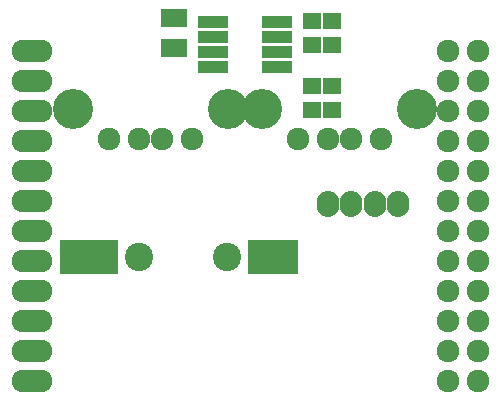
<source format=gts>
G04 #@! TF.FileFunction,Soldermask,Top*
%FSLAX46Y46*%
G04 Gerber Fmt 4.6, Leading zero omitted, Abs format (unit mm)*
G04 Created by KiCad (PCBNEW 4.0.1-stable) date 05/05/18 00:40:07*
%MOMM*%
G01*
G04 APERTURE LIST*
%ADD10C,0.050000*%
%ADD11C,1.924000*%
%ADD12O,3.448000X1.924000*%
%ADD13C,2.400000*%
%ADD14R,4.200000X2.900000*%
%ADD15R,4.900000X2.900000*%
%ADD16R,1.500000X1.400000*%
%ADD17C,3.400000*%
%ADD18O,1.924000X2.200000*%
%ADD19R,2.600000X1.000000*%
%ADD20R,2.300000X1.500000*%
G04 APERTURE END LIST*
D10*
D11*
X128270000Y-56030000D03*
X125730000Y-56030000D03*
X128270000Y-58570000D03*
X125730000Y-58570000D03*
X128270000Y-61110000D03*
X125730000Y-61110000D03*
X128270000Y-63650000D03*
X125730000Y-63650000D03*
X128270000Y-66190000D03*
X125730000Y-66190000D03*
X128270000Y-68730000D03*
X125730000Y-68730000D03*
X128270000Y-71270000D03*
X125730000Y-71270000D03*
X128270000Y-73810000D03*
X125730000Y-73810000D03*
X128270000Y-76350000D03*
X125730000Y-76350000D03*
X128270000Y-78890000D03*
X125730000Y-78890000D03*
X128270000Y-81430000D03*
X125730000Y-81430000D03*
X128270000Y-83970000D03*
X125730000Y-83970000D03*
D12*
X90500000Y-56030000D03*
X90500000Y-58570000D03*
X90500000Y-61110000D03*
X90500000Y-63650000D03*
X90500000Y-66190000D03*
X90500000Y-68730000D03*
X90500000Y-71270000D03*
X90500000Y-73810000D03*
X90500000Y-76350000D03*
X90500000Y-78890000D03*
X90500000Y-81430000D03*
X90500000Y-83970000D03*
D13*
X99500000Y-73500000D03*
D14*
X110900000Y-73500000D03*
D15*
X95300000Y-73500000D03*
D13*
X107000000Y-73500000D03*
D16*
X114150000Y-53500000D03*
X115850000Y-53500000D03*
D11*
X97000000Y-63500000D03*
X99500000Y-63500000D03*
X101500000Y-63500000D03*
X104000000Y-63500000D03*
D17*
X93930000Y-60900000D03*
X107070000Y-60900000D03*
D11*
X113000000Y-63500000D03*
X115500000Y-63500000D03*
X117500000Y-63500000D03*
X120000000Y-63500000D03*
D17*
X109930000Y-60900000D03*
X123070000Y-60900000D03*
D18*
X121500000Y-69000000D03*
X119500000Y-69000000D03*
X117500000Y-69000000D03*
X115500000Y-69000000D03*
D16*
X114150000Y-59000000D03*
X115850000Y-59000000D03*
X114150000Y-61000000D03*
X115850000Y-61000000D03*
X115850000Y-55500000D03*
X114150000Y-55500000D03*
D19*
X105800000Y-54865000D03*
X111200000Y-54865000D03*
X105800000Y-53595000D03*
X105800000Y-56135000D03*
X105800000Y-57405000D03*
X111200000Y-53595000D03*
X111200000Y-56135000D03*
X111200000Y-57405000D03*
D20*
X102500000Y-53250000D03*
X102500000Y-55750000D03*
M02*

</source>
